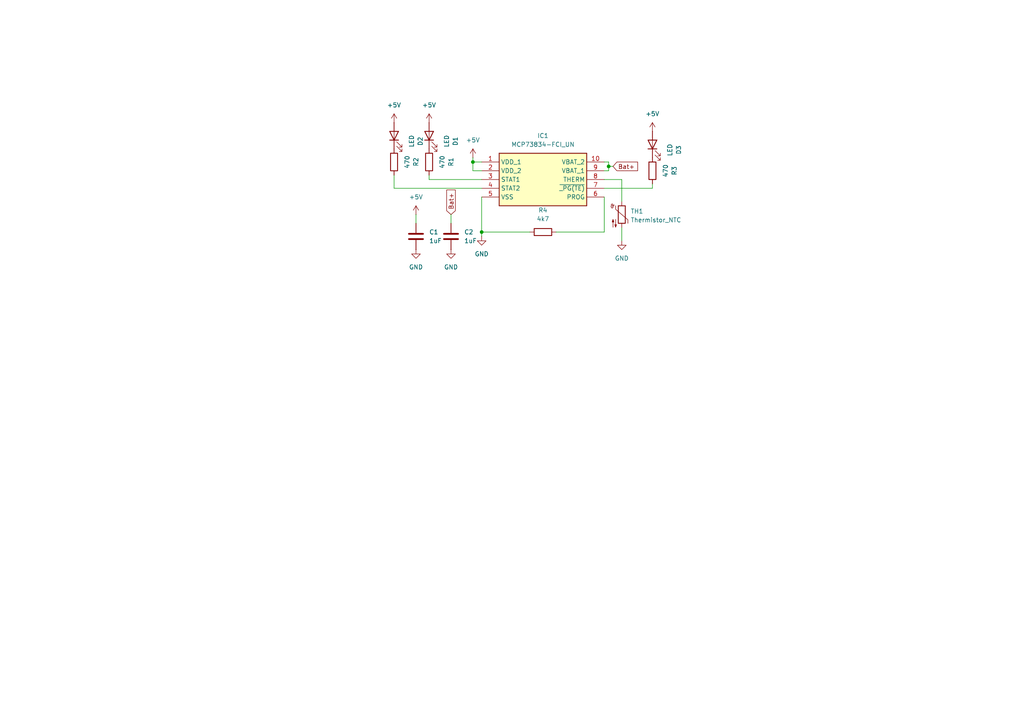
<source format=kicad_sch>
(kicad_sch (version 20250114) (generator "eeschema") (generator_version "9.0")
  (paper "A4")
  (lib_symbols
    (symbol "Device:C" (pin_numbers (hide yes)) (pin_names (offset 0.254))
      (property "Reference" "C" (at 0.635 2.54 0))
      (property "Value" "C" (at 0.635 -2.54 0))
      (symbol "C_0_1"
        (polyline (pts (xy -2.032 0.762) (xy 2.032 0.762)) (stroke (width 0.508)))
        (polyline (pts (xy -2.032 -0.762) (xy 2.032 -0.762)) (stroke (width 0.508)))
      )
      (symbol "C_1_1"
        (pin passive line (at 0 3.81 270) (length 2.794) (name "~") (number "1"))
        (pin passive line (at 0 -3.81 90) (length 2.794) (name "~") (number "2"))
      )
    )
    (symbol "Device:LED" (pin_numbers (hide yes)) (pin_names (offset 1.016) (hide yes))
      (property "Reference" "D" (at 0 2.54 0))
      (property "Value" "LED" (at 0 -2.54 0))
      (symbol "LED_0_1"
        (polyline (pts (xy -3.048 -0.762) (xy -4.572 -2.286) (xy -3.81 -2.286) (xy -4.572 -2.286) (xy -4.572 -1.524)))
        (polyline (pts (xy -1.778 -0.762) (xy -3.302 -2.286) (xy -2.54 -2.286) (xy -3.302 -2.286) (xy -3.302 -1.524)))
        (polyline (pts (xy -1.27 0) (xy 1.27 0)))
        (polyline (pts (xy -1.27 -1.27) (xy -1.27 1.27)) (stroke (width 0.254)))
        (polyline (pts (xy 1.27 -1.27) (xy 1.27 1.27) (xy -1.27 0) (xy 1.27 -1.27)) (stroke (width 0.254)))
      )
      (symbol "LED_1_1"
        (pin passive line (at -3.81 0 0) (length 2.54) (name "K") (number "1"))
        (pin passive line (at 3.81 0 180) (length 2.54) (name "A") (number "2"))
      )
    )
    (symbol "Device:R" (pin_numbers (hide yes)) (pin_names (offset 0))
      (property "Reference" "R" (at 2.032 0 90))
      (property "Value" "R" (at 0 0 90))
      (symbol "R_0_1"
        (rectangle (start -1.016 -2.54) (end 1.016 2.54) (stroke (width 0.254)))
      )
      (symbol "R_1_1"
        (pin passive line (at 0 3.81 270) (length 1.27) (name "~") (number "1"))
        (pin passive line (at 0 -3.81 90) (length 1.27) (name "~") (number "2"))
      )
    )
    (symbol "Device:Thermistor_NTC" (pin_numbers (hide yes)) (pin_names (offset 0))
      (property "Reference" "TH" (at -4.445 0 90))
      (property "Value" "Thermistor_NTC" (at 3.175 0 90))
      (symbol "Thermistor_NTC_0_1"
        (arc (start -3.175 2.413) (mid -3.0506 2.3165) (end -3.048 2.159))
        (arc (start -3.048 2.794) (mid -2.9736 2.9736) (end -2.794 3.048))
        (arc (start -2.794 3.048) (mid -2.6144 2.9736) (end -2.54 2.794))
        (arc (start -2.794 2.54) (mid -2.9736 2.6144) (end -3.048 2.794))
        (arc (start -2.794 1.905) (mid -2.9736 1.9794) (end -3.048 2.159))
        (arc (start -2.54 2.159) (mid -2.6144 1.9794) (end -2.794 1.905))
        (arc (start -2.159 2.794) (mid -2.434 2.5608) (end -2.794 2.54))
        (polyline (pts (xy -2.54 2.159) (xy -2.54 2.794)))
        (polyline (pts (xy -2.54 -3.683) (xy -2.54 -1.397) (xy -2.794 -2.159) (xy -2.286 -2.159) (xy -2.54 -1.397) (xy -2.54 -1.651)) (fill (type outline)))
        (polyline (pts (xy -1.778 2.54) (xy -1.778 1.524) (xy 1.778 -1.524) (xy 1.778 -2.54)))
        (polyline (pts (xy -1.778 -1.397) (xy -1.778 -3.683) (xy -2.032 -2.921) (xy -1.524 -2.921) (xy -1.778 -3.683) (xy -1.778 -3.429)) (fill (type outline)))
        (rectangle (start -1.016 2.54) (end 1.016 -2.54) (stroke (width 0.254)))
      )
      (symbol "Thermistor_NTC_1_1"
        (pin passive line (at 0 3.81 270) (length 1.27) (name "~") (number "1"))
        (pin passive line (at 0 -3.81 90) (length 1.27) (name "~") (number "2"))
      )
    )
    (symbol "Symacsys:MCP73834-FCI_UN"
      (property "Reference" "IC" (at 31.75 7.62 0))
      (property "Value" "MCP73834-FCI_UN" (at 31.75 5.08 0))
      (symbol "MCP73834-FCI_UN_1_1"
        (rectangle (start 5.08 2.54) (end 30.48 -12.7) (stroke (width 0.254)) (fill (type background)))
        (pin passive line (at 0 0 0) (length 5.08) (name "VDD_1") (number "1"))
        (pin passive line (at 0 -2.54 0) (length 5.08) (name "VDD_2") (number "2"))
        (pin passive line (at 0 -5.08 0) (length 5.08) (name "STAT1") (number "3"))
        (pin passive line (at 0 -7.62 0) (length 5.08) (name "STAT2") (number "4"))
        (pin passive line (at 0 -10.16 0) (length 5.08) (name "VSS") (number "5"))
        (pin passive line (at 35.56 0 180) (length 5.08) (name "VBAT_2") (number "10"))
        (pin passive line (at 35.56 -2.54 180) (length 5.08) (name "VBAT_1") (number "9"))
        (pin passive line (at 35.56 -5.08 180) (length 5.08) (name "THERM") (number "8"))
        (pin passive line (at 35.56 -7.62 180) (length 5.08) (name "~{_PG(TE)}") (number "7"))
        (pin passive line (at 35.56 -10.16 180) (length 5.08) (name "PROG") (number "6"))
      )
    )
    (symbol "power:+5V" (power) (pin_numbers (hide yes)) (pin_names (offset 0) (hide yes))
      (property "Value" "+5V" (at 0 3.556 0))
      (symbol "+5V_0_1"
        (polyline (pts (xy -0.762 1.27) (xy 0 2.54)))
        (polyline (pts (xy 0 2.54) (xy 0.762 1.27)))
        (polyline (pts (xy 0 0) (xy 0 2.54)))
      )
      (symbol "+5V_1_1"
        (pin power_in line (at 0 0 90) (length 0) (name "~") (number "1"))
      )
    )
    (symbol "power:GND" (power) (pin_numbers (hide yes)) (pin_names (offset 0) (hide yes))
      (property "Value" "GND" (at 0 -3.81 0))
      (symbol "GND_0_1"
        (polyline (pts (xy 0 0) (xy 0 -1.27) (xy 1.27 -1.27) (xy 0 -2.54) (xy -1.27 -1.27) (xy 0 -1.27)))
      )
      (symbol "GND_1_1"
        (pin power_in line (at 0 0 270) (length 0) (name "~") (number "1"))
      )
    )
  )
  (junction (at 139.7 67.31))
  (junction (at 137.16 46.99))
  (junction (at 176.53 48.26))
  (wire (pts (xy 175.26 67.31) (xy 161.29 67.31)))
  (wire (pts (xy 139.7 68.58) (xy 139.7 67.31)))
  (wire (pts (xy 175.26 57.15) (xy 175.26 67.31)))
  (wire (pts (xy 137.16 46.99) (xy 137.16 49.53)))
  (wire (pts (xy 189.23 53.34) (xy 189.23 54.61)))
  (wire (pts (xy 114.3 54.61) (xy 139.7 54.61)))
  (wire (pts (xy 177.8 48.26) (xy 176.53 48.26)))
  (wire (pts (xy 137.16 45.72) (xy 137.16 46.99)))
  (wire (pts (xy 175.26 46.99) (xy 176.53 46.99)))
  (wire (pts (xy 124.46 50.8) (xy 124.46 52.07)))
  (wire (pts (xy 114.3 50.8) (xy 114.3 54.61)))
  (wire (pts (xy 120.65 64.77) (xy 120.65 62.23)))
  (wire (pts (xy 175.26 49.53) (xy 176.53 49.53)))
  (wire (pts (xy 124.46 52.07) (xy 139.7 52.07)))
  (wire (pts (xy 180.34 52.07) (xy 180.34 58.42)))
  (wire (pts (xy 175.26 52.07) (xy 180.34 52.07)))
  (wire (pts (xy 137.16 46.99) (xy 139.7 46.99)))
  (wire (pts (xy 175.26 54.61) (xy 189.23 54.61)))
  (wire (pts (xy 180.34 66.04) (xy 180.34 69.85)))
  (wire (pts (xy 176.53 46.99) (xy 176.53 48.26)))
  (wire (pts (xy 137.16 49.53) (xy 139.7 49.53)))
  (wire (pts (xy 139.7 67.31) (xy 153.67 67.31)))
  (wire (pts (xy 176.53 48.26) (xy 176.53 49.53)))
  (wire (pts (xy 130.81 64.77) (xy 130.81 62.23)))
  (wire (pts (xy 139.7 57.15) (xy 139.7 67.31)))
  (global_label "Bat+" (shape input) (at 177.8 48.26 0) (property "Intersheetrefs" "${INTERSHEET_REFS}" (effects (hide yes))))
  (global_label "Bat+" (shape input) (at 130.81 62.23 90) (property "Intersheetrefs" "${INTERSHEET_REFS}" (effects (hide yes))))
  (symbol (lib_id "power:GND") (at 130.81 72.39 0) (unit 1)
    (property "Reference" "#PWR010" (effects (hide yes)))
    (property "Value" "GND" (at 130.81 77.47 0))
    (property "Description" "Power symbol creates a global label with name \"GND\" , ground" (effects (hide yes)))
  )
  (symbol (lib_id "Device:R") (at 189.23 49.53 0) (unit 1)
    (property "Reference" "R3" (at 195.58 49.53 90))
    (property "Value" "470" (at 193.04 49.53 90))
    (property "Footprint" "Resistor_SMD:R_0402_1005Metric_Pad0.72x0.64mm_HandSolder" (effects (hide yes)))
    (property "Description" "Resistor" (effects (hide yes)))
  )
  (symbol (lib_id "power:GND") (at 120.65 72.39 0) (unit 1)
    (property "Reference" "#PWR06" (effects (hide yes)))
    (property "Value" "GND" (at 120.65 77.47 0))
    (property "Description" "Power symbol creates a global label with name \"GND\" , ground" (effects (hide yes)))
  )
  (symbol (lib_id "Device:R") (at 124.46 46.99 0) (unit 1)
    (property "Reference" "R1" (at 130.81 46.99 90))
    (property "Value" "470" (at 128.27 46.99 90))
    (property "Footprint" "Resistor_SMD:R_0402_1005Metric_Pad0.72x0.64mm_HandSolder" (effects (hide yes)))
    (property "Description" "Resistor" (effects (hide yes)))
  )
  (symbol (lib_id "Device:LED") (at 189.23 41.91 90) (unit 1)
    (property "Reference" "D3" (at 196.85 43.4975 0))
    (property "Value" "LED" (at 194.31 43.4975 0))
    (property "Footprint" "LED_SMD:LED_0402_1005Metric_Pad0.77x0.64mm_HandSolder" (effects (hide yes)))
    (property "Description" "Light emitting diode" (effects (hide yes)))
    (property "Sim.Pins" "1=K 2=A" (effects (hide yes)))
  )
  (symbol (lib_id "Device:LED") (at 114.3 39.37 90) (unit 1)
    (property "Reference" "D2" (at 121.92 40.9575 0))
    (property "Value" "LED" (at 119.38 40.9575 0))
    (property "Footprint" "LED_SMD:LED_0402_1005Metric_Pad0.77x0.64mm_HandSolder" (effects (hide yes)))
    (property "Description" "Light emitting diode" (effects (hide yes)))
    (property "Sim.Pins" "1=K 2=A" (effects (hide yes)))
  )
  (symbol (lib_id "power:+5V") (at 124.46 35.56 0) (unit 1)
    (property "Reference" "#PWR02" (effects (hide yes)))
    (property "Value" "+5V" (at 124.46 30.48 0))
    (property "Description" "Power symbol creates a global label with name \"+5V\"" (effects (hide yes)))
  )
  (symbol (lib_id "Device:Thermistor_NTC") (at 180.34 62.23 0) (unit 1)
    (property "Reference" "TH1" (at 182.88 61.2774 0) (effects (justify left)))
    (property "Value" "Thermistor_NTC" (at 182.88 63.8174 0) (effects (justify left)))
    (property "Footprint" "Resistor_SMD:R_0402_1005Metric_Pad0.72x0.64mm_HandSolder" (effects (hide yes)))
    (property "Description" "Temperature dependent resistor, negative temperature coefficient" (effects (hide yes)))
    (property "Lestell Nr." "B57442V5103J062" (effects (hide yes)))
  )
  (symbol (lib_id "power:GND") (at 180.34 69.85 0) (unit 1)
    (property "Reference" "#PWR08" (effects (hide yes)))
    (property "Value" "GND" (at 180.34 74.93 0))
    (property "Description" "Power symbol creates a global label with name \"GND\" , ground" (effects (hide yes)))
  )
  (symbol (lib_id "Device:R") (at 157.48 67.31 270) (unit 1)
    (property "Reference" "R4" (at 157.48 60.96 90))
    (property "Value" "4k7" (at 157.48 63.5 90))
    (property "Footprint" "Resistor_SMD:R_0402_1005Metric_Pad0.72x0.64mm_HandSolder" (effects (hide yes)))
    (property "Description" "Resistor" (effects (hide yes)))
  )
  (symbol (lib_id "Device:R") (at 114.3 46.99 0) (unit 1)
    (property "Reference" "R2" (at 120.65 46.99 90))
    (property "Value" "470" (at 118.11 46.99 90))
    (property "Footprint" "Resistor_SMD:R_0402_1005Metric_Pad0.72x0.64mm_HandSolder" (effects (hide yes)))
    (property "Description" "Resistor" (effects (hide yes)))
  )
  (symbol (lib_id "Device:C") (at 120.65 68.58 0) (unit 1)
    (property "Reference" "C1" (at 124.46 67.3099 0) (effects (justify left)))
    (property "Value" "1uF" (at 124.46 69.8499 0) (effects (justify left)))
    (property "Footprint" "Capacitor_SMD:C_0402_1005Metric_Pad0.74x0.62mm_HandSolder" (effects (hide yes)))
    (property "Description" "Unpolarized capacitor" (effects (hide yes)))
  )
  (symbol (lib_id "Device:C") (at 130.81 68.58 0) (unit 1)
    (property "Reference" "C2" (at 134.62 67.3099 0) (effects (justify left)))
    (property "Value" "1uF" (at 134.62 69.8499 0) (effects (justify left)))
    (property "Footprint" "Capacitor_SMD:C_0402_1005Metric_Pad0.74x0.62mm_HandSolder" (effects (hide yes)))
    (property "Description" "Unpolarized capacitor" (effects (hide yes)))
  )
  (symbol (lib_id "power:+5V") (at 137.16 45.72 0) (unit 1)
    (property "Reference" "#PWR01" (effects (hide yes)))
    (property "Value" "+5V" (at 137.16 40.64 0))
    (property "Description" "Power symbol creates a global label with name \"+5V\"" (effects (hide yes)))
  )
  (symbol (lib_id "power:+5V") (at 114.3 35.56 0) (unit 1)
    (property "Reference" "#PWR03" (effects (hide yes)))
    (property "Value" "+5V" (at 114.3 30.48 0))
    (property "Description" "Power symbol creates a global label with name \"+5V\"" (effects (hide yes)))
  )
  (symbol (lib_id "Device:LED") (at 124.46 39.37 90) (unit 1)
    (property "Reference" "D1" (at 132.08 40.9575 0))
    (property "Value" "LED" (at 129.54 40.9575 0))
    (property "Footprint" "LED_SMD:LED_0402_1005Metric_Pad0.77x0.64mm_HandSolder" (effects (hide yes)))
    (property "Description" "Light emitting diode" (effects (hide yes)))
    (property "Sim.Pins" "1=K 2=A" (effects (hide yes)))
  )
  (symbol (lib_id "power:+5V") (at 189.23 38.1 0) (unit 1)
    (property "Reference" "#PWR04" (effects (hide yes)))
    (property "Value" "+5V" (at 189.23 33.02 0))
    (property "Description" "Power symbol creates a global label with name \"+5V\"" (effects (hide yes)))
  )
  (symbol (lib_id "Symacsys:MCP73834-FCI_UN") (at 139.7 46.99 0) (unit 1)
    (property "Reference" "IC1" (at 157.48 39.37 0))
    (property "Value" "MCP73834-FCI_UN" (at 157.48 41.91 0))
    (property "Footprint" "Samacsys:SOP50P490X110-10N" (effects (hide yes)))
    (property "Datasheet" "https://datasheet.datasheetarchive.com/originals/distributors/Datasheets-DGA15/727183.pdf" (effects (hide yes)))
    (property "Description" "Li-Ion Charge Controller 4.2V 1A MSOP10" (effects (hide yes)))
    (property "Height" "1.1" (effects (hide yes)))
    (property "Mouser Part Number" "579-MCP73834-FCI/UN" (effects (hide yes)))
    (property "Mouser Price/Stock" "https://www.mouser.co.uk/ProductDetail/Microchip-Technology-Atmel/MCP73834-FCI-UN?qs=jZi1jxfVU957pRWv6J8ENg%3D%3D" (effects (hide yes)))
    (property "Manufacturer_Name" "Microchip" (effects (hide yes)))
    (property "Manufacturer_Part_Number" "MCP73834-FCI/UN" (effects (hide yes)))
  )
  (symbol (lib_id "power:+5V") (at 120.65 62.23 0) (unit 1)
    (property "Reference" "#PWR07" (effects (hide yes)))
    (property "Value" "+5V" (at 120.65 57.15 0))
    (property "Description" "Power symbol creates a global label with name \"+5V\"" (effects (hide yes)))
  )
  (symbol (lib_id "power:GND") (at 139.7 68.58 0) (unit 1)
    (property "Reference" "#PWR05" (effects (hide yes)))
    (property "Value" "GND" (at 139.7 73.66 0))
    (property "Description" "Power symbol creates a global label with name \"GND\" , ground" (effects (hide yes)))
  )
)
</source>
